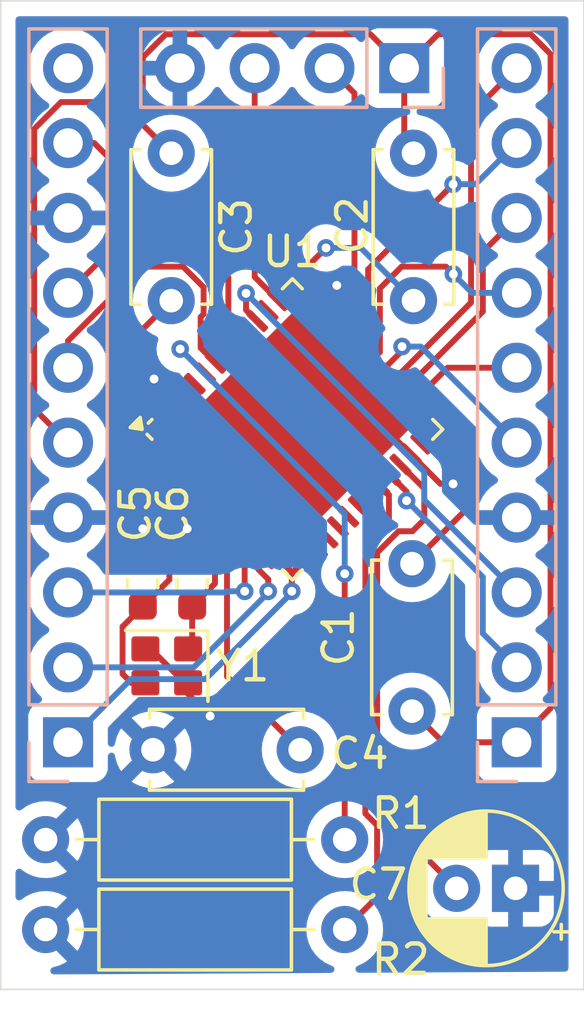
<source format=kicad_pcb>
(kicad_pcb (version 20240108) (generator "pcbnew") (generator_version "8.0")
  (title_block (title "DIY  Blackpill breakout") (date "2024-05-09") (rev "1"))
  (layers (0 "F.Cu" signal) (31 "B.Cu" signal) (34 "B.Paste" user) (35 "F.Paste" user) (36 "B.SilkS" user "B.Silkscreen") (37 "F.SilkS" user "F.Silkscreen") (38 "B.Mask" user) (39 "F.Mask" user) (44 "Edge.Cuts" user))
  (net 0 "")
  (net 1 "GND")
  (net 4 "+3.3V")
  (net 7 "I2C2_SDA")
  (net 10 "TIM2_CH1")
  (net 11 "EXTI4")
  (net 12 "TIM2_CH2")
  (net 13 "TIM2_CH3")
  (net 14 "I2C2_SCL")
  (net 15 "TIM1_CH3")
  (net 16 "TIM1_CH1N")
  (net 20 "TIM1_CH1")
  (net 21 "I2C1_SCL")
  (net 22 "TIM1_CH2")
  (net 23 "TIM1_CH2N")
  (net 24 "I2C1_SDA")
  (net 26 "TIM1_CH3N")
  (net 30 "/RCC_IN")
  (net 31 "/RCC_OUT")
  (net 33 "/RS")
  (net 37 "/VCAP")
  (net 38 "/SWCLK")
  (net 39 "/SWDIO")
  (net 40 "/BOOT0")
  (net 41 "/BOOT1")
  (net 42 "/VDD1")
  (net 43 "/VDD2")
  (net 44 "/VDD3")
  (footprint "Resistor_THT:R_Axial_DIN0207_L6.3mm_D2.5mm_P10.16mm_Horizontal" (layer "F.Cu") (at 15.191433 41.848458)
    (property "Reference" "R1" (at 12.065 -0.889 0) (layer "F.SilkS"))
    (property "Value" "10k" (hide yes))
    (fp_line (start 1.04 0) (end 1.81 0) (stroke (width 0.12)) (layer "F.SilkS"))
    (fp_line (start 1.81 -1.37) (end 1.81 1.37) (stroke (width 0.12)) (layer "F.SilkS"))
    (fp_line (start 1.81 1.37) (end 8.35 1.37) (stroke (width 0.12)) (layer "F.SilkS"))
    (fp_line (start 8.35 -1.37) (end 1.81 -1.37) (stroke (width 0.12)) (layer "F.SilkS"))
    (fp_line (start 8.35 1.37) (end 8.35 -1.37) (stroke (width 0.12)) (layer "F.SilkS"))
    (fp_line (start 9.12 0) (end 8.35 0) (stroke (width 0.12)) (layer "F.SilkS"))
    (pad "1" thru_hole circle (at 0 0) (size 1.6 1.6) (drill 0.8) (layers "*.Cu" "*.Mask") (net 1 "GND"))
    (pad "2" thru_hole oval (at 10.16 0) (size 1.6 1.6) (drill 0.8) (layers "*.Cu" "*.Mask") (net 40 "/BOOT0"))
  )
  (footprint "Capacitor_THT:CP_Radial_D5.0mm_P2.00mm" (layer "F.Cu") (at 31.153658 43.499458 180)
    (property "Reference" "C7" (at 4.659225 0.127 180) (layer "F.SilkS"))
    (property "Value" "2.2u")
    (fp_line (start 3.601 -0.284) (end 3.601 0.284) (stroke (width 0.12)) (layer "F.SilkS"))
    (fp_line (start 3.561 -0.518) (end 3.561 0.518) (stroke (width 0.12)) (layer "F.SilkS"))
    (fp_line (start 3.521 -0.677) (end 3.521 0.677) (stroke (width 0.12)) (layer "F.SilkS"))
    (fp_line (start 3.481 -0.805) (end 3.481 0.805) (stroke (width 0.12)) (layer "F.SilkS"))
    (fp_line (start 3.441 -0.915) (end 3.441 0.915) (stroke (width 0.12)) (layer "F.SilkS"))
    (fp_line (start 3.401 -1.011) (end 3.401 1.011) (stroke (width 0.12)) (layer "F.SilkS"))
    (fp_line (start 3.361 -1.098) (end 3.361 1.098) (stroke (width 0.12)) (layer "F.SilkS"))
    (fp_line (start 3.321 -1.178) (end 3.321 1.178) (stroke (width 0.12)) (layer "F.SilkS"))
    (fp_line (start 3.281 -1.251) (end 3.281 1.251) (stroke (width 0.12)) (layer "F.SilkS"))
    (fp_line (start 3.241 -1.319) (end 3.241 1.319) (stroke (width 0.12)) (layer "F.SilkS"))
    (fp_line (start 3.201 -1.383) (end 3.201 1.383) (stroke (width 0.12)) (layer "F.SilkS"))
    (fp_line (start 3.161 -1.443) (end 3.161 1.443) (stroke (width 0.12)) (layer "F.SilkS"))
    (fp_line (start 3.121 -1.5) (end 3.121 1.5) (stroke (width 0.12)) (layer "F.SilkS"))
    (fp_line (start 3.081 -1.554) (end 3.081 1.554) (stroke (width 0.12)) (layer "F.SilkS"))
    (fp_line (start 3.041 -1.605) (end 3.041 1.605) (stroke (width 0.12)) (layer "F.SilkS"))
    (fp_line (start 3.001 1.04) (end 3.001 1.653) (stroke (width 0.12)) (layer "F.SilkS"))
    (fp_line (start 3.001 -1.653) (end 3.001 -1.04) (stroke (width 0.12)) (layer "F.SilkS"))
    (fp_line (start 2.961 1.04) (end 2.961 1.699) (stroke (width 0.12)) (layer "F.SilkS"))
    (fp_line (start 2.961 -1.699) (end 2.961 -1.04) (stroke (width 0.12)) (layer "F.SilkS"))
    (fp_line (start 2.921 1.04) (end 2.921 1.743) (stroke (width 0.12)) (layer "F.SilkS"))
    (fp_line (start 2.921 -1.743) (end 2.921 -1.04) (stroke (width 0.12)) (layer "F.SilkS"))
    (fp_line (start 2.881 1.04) (end 2.881 1.785) (stroke (width 0.12)) (layer "F.SilkS"))
    (fp_line (start 2.881 -1.785) (end 2.881 -1.04) (stroke (width 0.12)) (layer "F.SilkS"))
    (fp_line (start 2.841 1.04) (end 2.841 1.826) (stroke (width 0.12)) (layer "F.SilkS"))
    (fp_line (start 2.841 -1.826) (end 2.841 -1.04) (stroke (width 0.12)) (layer "F.SilkS"))
    (fp_line (start 2.801 1.04) (end 2.801 1.864) (stroke (width 0.12)) (layer "F.SilkS"))
    (fp_line (start 2.801 -1.864) (end 2.801 -1.04) (stroke (width 0.12)) (layer "F.SilkS"))
    (fp_line (start 2.761 1.04) (end 2.761 1.901) (stroke (width 0.12)) (layer "F.SilkS"))
    (fp_line (start 2.761 -1.901) (end 2.761 -1.04) (stroke (width 0.12)) (layer "F.SilkS"))
    (fp_line (start 2.721 1.04) (end 2.721 1.937) (stroke (width 0.12)) (layer "F.SilkS"))
    (fp_line (start 2.721 -1.937) (end 2.721 -1.04) (stroke (width 0.12)) (layer "F.SilkS"))
    (fp_line (start 2.681 1.04) (end 2.681 1.971) (stroke (width 0.12)) (layer "F.SilkS"))
    (fp_line (start 2.681 -1.971) (end 2.681 -1.04) (stroke (width 0.12)) (layer "F.SilkS"))
    (fp_line (start 2.641 1.04) (end 2.641 2.004) (stroke (width 0.12)) (layer "F.SilkS"))
    (fp_line (start 2.641 -2.004) (end 2.641 -1.04) (stroke (width 0.12)) (layer "F.SilkS"))
    (fp_line (start 2.601 1.04) (end 2.601 2.035) (stroke (width 0.12)) (layer "F.SilkS"))
    (fp_line (start 2.601 -2.035) (end 2.601 -1.04) (stroke (width 0.12)) (layer "F.SilkS"))
    (fp_line (start 2.561 1.04) (end 2.561 2.065) (stroke (width 0.12)) (layer "F.SilkS"))
    (fp_line (start 2.561 -2.065) (end 2.561 -1.04) (stroke (width 0.12)) (layer "F.SilkS"))
    (fp_line (start 2.521 1.04) (end 2.521 2.095) (stroke (width 0.12)) (layer "F.SilkS"))
    (fp_line (start 2.521 -2.095) (end 2.521 -1.04) (stroke (width 0.12)) (layer "F.SilkS"))
    (fp_line (start 2.481 1.04) (end 2.481 2.122) (stroke (width 0.12)) (layer "F.SilkS"))
    (fp_line (start 2.481 -2.122) (end 2.481 -1.04) (stroke (width 0.12)) (layer "F.SilkS"))
    (fp_line (start 2.441 1.04) (end 2.441 2.149) (stroke (width 0.12)) (layer "F.SilkS"))
    (fp_line (start 2.441 -2.149) (end 2.441 -1.04) (stroke (width 0.12)) (layer "F.SilkS"))
    (fp_line (start 2.401 1.04) (end 2.401 2.175) (stroke (width 0.12)) (layer "F.SilkS"))
    (fp_line (start 2.401 -2.175) (end 2.401 -1.04) (stroke (width 0.12)) (layer "F.SilkS"))
    (fp_line (start 2.361 1.04) (end 2.361 2.2) (stroke (width 0.12)) (layer "F.SilkS"))
    (fp_line (start 2.361 -2.2) (end 2.361 -1.04) (stroke (width 0.12)) (layer "F.SilkS"))
    (fp_line (start 2.321 1.04) (end 2.321 2.224) (stroke (width 0.12)) (layer "F.SilkS"))
    (fp_line (start 2.321 -2.224) (end 2.321 -1.04) (stroke (width 0.12)) (layer "F.SilkS"))
    (fp_line (start 2.281 1.04) (end 2.281 2.247) (stroke (width 0.12)) (layer "F.SilkS"))
    (fp_line (start 2.281 -2.247) (end 2.281 -1.04) (stroke (width 0.12)) (layer "F.SilkS"))
    (fp_line (start 2.241 1.04) (end 2.241 2.268) (stroke (width 0.12)) (layer "F.SilkS"))
    (fp_line (start 2.241 -2.268) (end 2.241 -1.04) (stroke (width 0.12)) (layer "F.SilkS"))
    (fp_line (start 2.201 1.04) (end 2.201 2.29) (stroke (width 0.12)) (layer "F.SilkS"))
    (fp_line (start 2.201 -2.29) (end 2.201 -1.04) (stroke (width 0.12)) (layer "F.SilkS"))
    (fp_line (start 2.161 1.04) (end 2.161 2.31) (stroke (width 0.12)) (layer "F.SilkS"))
    (fp_line (start 2.161 -2.31) (end 2.161 -1.04) (stroke (width 0.12)) (layer "F.SilkS"))
    (fp_line (start 2.121 1.04) (end 2.121 2.329) (stroke (width 0.12)) (layer "F.SilkS"))
    (fp_line (start 2.121 -2.329) (end 2.121 -1.04) (stroke (width 0.12)) (layer "F.SilkS"))
    (fp_line (start 2.081 1.04) (end 2.081 2.348) (stroke (width 0.12)) (layer "F.SilkS"))
    (fp_line (start 2.081 -2.348) (end 2.081 -1.04) (stroke (width 0.12)) (layer "F.SilkS"))
    (fp_line (start 2.041 1.04) (end 2.041 2.365) (stroke (width 0.12)) (layer "F.SilkS"))
    (fp_line (start 2.041 -2.365) (end 2.041 -1.04) (stroke (width 0.12)) (layer "F.SilkS"))
    (fp_line (start 2.001 1.04) (end 2.001 2.382) (stroke (width 0.12)) (layer "F.SilkS"))
    (fp_line (start 2.001 -2.382) (end 2.001 -1.04) (stroke (width 0.12)) (layer "F.SilkS"))
    (fp_line (start 1.961 1.04) (end 1.961 2.398) (stroke (width 0.12)) (layer "F.SilkS"))
    (fp_line (start 1.961 -2.398) (end 1.961 -1.04) (stroke (width 0.12)) (layer "F.SilkS"))
    (fp_line (start 1.921 1.04) (end 1.921 2.414) (stroke (width 0.12)) (layer "F.SilkS"))
    (fp_line (start 1.921 -2.414) (end 1.921 -1.04) (stroke (width 0.12)) (layer "F.SilkS"))
    (fp_line (start 1.881 1.04) (end 1.881 2.428) (stroke (width 0.12)) (layer "F.SilkS"))
    (fp_line (start 1.881 -2.428) (end 1.881 -1.04) (stroke (width 0.12)) (layer "F.SilkS"))
    (fp_line (start 1.841 1.04) (end 1.841 2.442) (stroke (width 0.12)) (layer "F.SilkS"))
    (fp_line (start 1.841 -2.442) (end 1.841 -1.04) (stroke (width 0.12)) (layer "F.SilkS"))
    (fp_line (start 1.801 1.04) (end 1.801 2.455) (stroke (width 0.12)) (layer "F.SilkS"))
    (fp_line (start 1.801 -2.455) (end 1.801 -1.04) (stroke (width 0.12)) (layer "F.SilkS"))
    (fp_line (start 1.761 1.04) (end 1.761 2.468) (stroke (width 0.12)) (layer "F.SilkS"))
    (fp_line (start 1.761 -2.468) (end 1.761 -1.04) (stroke (width 0.12)) (layer "F.SilkS"))
    (fp_line (start 1.721 1.04) (end 1.721 2.48) (stroke (width 0.12)) (layer "F.SilkS"))
    (fp_line (start 1.721 -2.48) (end 1.721 -1.04) (stroke (width 0.12)) (layer "F.SilkS"))
    (fp_line (start 1.68 1.04) (end 1.68 2.491) (stroke (width 0.12)) (layer "F.SilkS"))
    (fp_line (start 1.68 -2.491) (end 1.68 -1.04) (stroke (width 0.12)) (layer "F.SilkS"))
    (fp_line (start 1.64 1.04) (end 1.64 2.501) (stroke (width 0.12)) (layer "F.SilkS"))
    (fp_line (start 1.64 -2.501) (end 1.64 -1.04) (stroke (width 0.12)) (layer "F.SilkS"))
    (fp_line (start 1.6 1.04) (end 1.6 2.511) (stroke (width 0.12)) (layer "F.SilkS"))
    (fp_line (start 1.6 -2.511) (end 1.6 -1.04) (stroke (width 0.12)) (layer "F.SilkS"))
    (fp_line (start 1.56 1.04) (end 1.56 2.52) (stroke (width 0.12)) (layer "F.SilkS"))
    (fp_line (start 1.56 -2.52) (end 1.56 -1.04) (stroke (width 0.12)) (layer "F.SilkS"))
    (fp_line (start 1.52 1.04) (end 1.52 2.528) (stroke (width 0.12)) (layer "F.SilkS"))
    (fp_line (start 1.52 -2.528) (end 1.52 -1.04) (stroke (width 0.12)) (layer "F.SilkS"))
    (fp_line (start 1.48 1.04) (end 1.48 2.536) (stroke (width 0.12)) (layer "F.SilkS"))
    (fp_line (start 1.48 -2.536) (end 1.48 -1.04) (stroke (width 0.12)) (layer "F.SilkS"))
    (fp_line (start 1.44 1.04) (end 1.44 2.543) (stroke (width 0.12)) (layer "F.SilkS"))
    (fp_line (start 1.44 -2.543) (end 1.44 -1.04) (stroke (width 0.12)) (layer "F.SilkS"))
    (fp_line (start 1.4 1.04) (end 1.4 2.55) (stroke (width 0.12)) (layer "F.SilkS"))
    (fp_line (start 1.4 -2.55) (end 1.4 -1.04) (stroke (width 0.12)) (layer "F.SilkS"))
    (fp_line (start 1.36 1.04) (end 1.36 2.556) (stroke (width 0.12)) (layer "F.SilkS"))
    (fp_line (start 1.36 -2.556) (end 1.36 -1.04) (stroke (width 0.12)) (layer "F.SilkS"))
    (fp_line (start 1.32 1.04) (end 1.32 2.561) (stroke (width 0.12)) (layer "F.SilkS"))
    (fp_line (start 1.32 -2.561) (end 1.32 -1.04) (stroke (width 0.12)) (layer "F.SilkS"))
    (fp_line (start 1.28 1.04) (end 1.28 2.565) (stroke (width 0.12)) (layer "F.SilkS"))
    (fp_line (start 1.28 -2.565) (end 1.28 -1.04) (stroke (width 0.12)) (layer "F.SilkS"))
    (fp_line (start 1.24 1.04) (end 1.24 2.569) (stroke (width 0.12)) (layer "F.SilkS"))
    (fp_line (start 1.24 -2.569) (end 1.24 -1.04) (stroke (width 0.12)) (layer "F.SilkS"))
    (fp_line (start 1.2 1.04) (end 1.2 2.573) (stroke (width 0.12)) (layer "F.SilkS"))
    (fp_line (start 1.2 -2.573) (end 1.2 -1.04) (stroke (width 0.12)) (layer "F.SilkS"))
    (fp_line (start 1.16 1.04) (end 1.16 2.576) (stroke (width 0.12)) (layer "F.SilkS"))
    (fp_line (start 1.16 -2.576) (end 1.16 -1.04) (stroke (width 0.12)) (layer "F.SilkS"))
    (fp_line (start 1.12 1.04) (end 1.12 2.578) (stroke (width 0.12)) (layer "F.SilkS"))
    (fp_line (start 1.12 -2.578) (end 1.12 -1.04) (stroke (width 0.12)) (layer "F.SilkS"))
    (fp_line (start 1.08 1.04) (end 1.08 2.579) (stroke (width 0.12)) (layer "F.SilkS"))
    (fp_line (start 1.08 -2.579) (end 1.08 -1.04) (stroke (width 0.12)) (layer "F.SilkS"))
    (fp_line (start 1.04 1.04) (end 1.04 2.58) (stroke (width 0.12)) (layer "F.SilkS"))
    (fp_line (start 1.04 -2.58) (end 1.04 -1.04) (stroke (width 0.12)) (layer "F.SilkS"))
    (fp_line (start 1 1.04) (end 1 2.58) (stroke (width 0.12)) (layer "F.SilkS"))
    (fp_line (start 1 -2.58) (end 1 -1.04) (stroke (width 0.12)) (layer "F.SilkS"))
    (fp_line (start -1.554775 -1.725) (end -1.554775 -1.225) (stroke (width 0.12)) (layer "F.SilkS"))
    (fp_line (start -1.804775 -1.475) (end -1.304775 -1.475) (stroke (width 0.12)) (layer "F.SilkS"))
    (fp_circle (center 1 0) (end 3.62 0) (stroke (width 0.12)) (fill none) (layer "F.SilkS"))
    (pad "1" thru_hole rect (at 0 0 180) (size 1.6 1.6) (drill 0.8) (layers "*.Cu" "*.Mask") (net 1 "GND"))
    (pad "2" thru_hole circle (at 2 0 180) (size 1.6 1.6) (drill 0.8) (layers "*.Cu" "*.Mask") (net 37 "/VCAP"))
  )
  (footprint "Resistor_THT:R_Axial_DIN0207_L6.3mm_D2.5mm_P10.16mm_Horizontal" (layer "F.Cu") (at 15.191433 44.896458)
    (property "Reference" "R2" (at 12.065 1.016 0) (layer "F.SilkS"))
    (property "Value" "10k")
    (fp_line (start 1.04 0) (end 1.81 0) (stroke (width 0.12)) (layer "F.SilkS"))
    (fp_line (start 1.81 -1.37) (end 1.81 1.37) (stroke (width 0.12)) (layer "F.SilkS"))
    (fp_line (start 1.81 1.37) (end 8.35 1.37) (stroke (width 0.12)) (layer "F.SilkS"))
    (fp_line (start 8.35 -1.37) (end 1.81 -1.37) (stroke (width 0.12)) (layer "F.SilkS"))
    (fp_line (start 8.35 1.37) (end 8.35 -1.37) (stroke (width 0.12)) (layer "F.SilkS"))
    (fp_line (start 9.12 0) (end 8.35 0) (stroke (width 0.12)) (layer "F.SilkS"))
    (pad "1" thru_hole circle (at 0 0) (size 1.6 1.6) (drill 0.8) (layers "*.Cu" "*.Mask") (net 1 "GND"))
    (pad "2" thru_hole oval (at 10.16 0) (size 1.6 1.6) (drill 0.8) (layers "*.Cu" "*.Mask") (net 41 "/BOOT1"))
  )
  (footprint "Crystal:Crystal_SMD_SeikoEpson_FA128-4Pin_2.0x1.6mm" (layer "F.Cu") (at 19.306233 35.955658 180)
    (property "Reference" "Y1" (at -2.571428 0 180) (layer "F.SilkS"))
    (property "Value" "Crystal_GND24" (hide yes))
    (fp_line (start -1.4 1.2) (end 1.4 1.2) (stroke (width 0.12)) (layer "F.SilkS"))
    (fp_line (start -1.4 -1.2) (end -1.4 1.2) (stroke (width 0.12)) (layer "F.SilkS"))
    (pad "1" smd roundrect (at -0.725 0.575 180) (size 0.95 0.85) (layers "F.Cu" "F.Paste" "F.Mask") (roundrect_rratio 0.12) (net 31 "/RCC_OUT"))
    (pad "2" smd roundrect (at 0.725 0.575 180) (size 0.95 0.85) (layers "F.Cu" "F.Paste" "F.Mask") (roundrect_rratio 0.12) (net 1 "GND"))
    (pad "3" smd roundrect (at 0.725 -0.575 180) (size 0.95 0.85) (layers "F.Cu" "F.Paste" "F.Mask") (roundrect_rratio 0.12) (net 30 "/RCC_IN"))
    (pad "4" smd roundrect (at -0.725 -0.575 180) (size 0.95 0.85) (layers "F.Cu" "F.Paste" "F.Mask") (roundrect_rratio 0.12) (net 1 "GND"))
  )
  (footprint "Capacitor_THT:C_Disc_D5.0mm_W2.5mm_P5.00mm" (layer "F.Cu") (at 27.688233 18.571258 -90)
    (property "Reference" "C2" (at 2.4492 2.0828 90) (layer "F.SilkS"))
    (property "Value" "100n" (hide yes))
    (fp_line (start -0.12 1.37) (end 5.12 1.37) (stroke (width 0.12)) (layer "F.SilkS"))
    (fp_line (start -0.12 1.055) (end -0.12 1.37) (stroke (width 0.12)) (layer "F.SilkS"))
    (fp_line (start 5.12 1.055) (end 5.12 1.37) (stroke (width 0.12)) (layer "F.SilkS"))
    (fp_line (start -0.12 -1.37) (end -0.12 -1.055) (stroke (width 0.12)) (layer "F.SilkS"))
    (fp_line (start -0.12 -1.37) (end 5.12 -1.37) (stroke (width 0.12)) (layer "F.SilkS"))
    (fp_line (start 5.12 -1.37) (end 5.12 -1.055) (stroke (width 0.12)) (layer "F.SilkS"))
    (pad "1" thru_hole circle (at 0 0 270) (size 1.6 1.6) (drill 0.8) (layers "*.Cu" "*.Mask") (net 4 "+3.3V"))
    (pad "2" thru_hole circle (at 5 0 270) (size 1.6 1.6) (drill 0.8) (layers "*.Cu" "*.Mask") (net 43 "/VDD2"))
  )
  (footprint "Capacitor_THT:C_Disc_D5.0mm_W2.5mm_P5.00mm" (layer "F.Cu") (at 18.838233 38.800458)
    (property "Reference" "C4" (at 7.0212 0.127 0) (layer "F.SilkS"))
    (property "Value" "100n" (hide yes))
    (fp_line (start -0.12 -1.37) (end -0.12 -1.055) (stroke (width 0.12)) (layer "F.SilkS"))
    (fp_line (start -0.12 -1.37) (end 5.12 -1.37) (stroke (width 0.12)) (layer "F.SilkS"))
    (fp_line (start -0.12 1.055) (end -0.12 1.37) (stroke (width 0.12)) (layer "F.SilkS"))
    (fp_line (start -0.12 1.37) (end 5.12 1.37) (stroke (width 0.12)) (layer "F.SilkS"))
    (fp_line (start 5.12 -1.37) (end 5.12 -1.055) (stroke (width 0.12)) (layer "F.SilkS"))
    (fp_line (start 5.12 1.055) (end 5.12 1.37) (stroke (width 0.12)) (layer "F.SilkS"))
    (pad "1" thru_hole circle (at 0 0) (size 1.6 1.6) (drill 0.8) (layers "*.Cu" "*.Mask") (net 1 "GND"))
    (pad "2" thru_hole circle (at 5 0) (size 1.6 1.6) (drill 0.8) (layers "*.Cu" "*.Mask") (net 33 "/RS"))
  )
  (footprint "Capacitor_SMD:C_0603_1608Metric" (layer "F.Cu") (at 20.169833 33.161658 -90)
    (property "Reference" "C6" (at -2.3622 0.6604 90) (layer "F.SilkS"))
    (property "Value" "12p" (hide yes))
    (fp_line (start -0.14058 0.51) (end 0.14058 0.51) (stroke (width 0.12)) (layer "F.SilkS"))
    (fp_line (start -0.14058 -0.51) (end 0.14058 -0.51) (stroke (width 0.12)) (layer "F.SilkS"))
    (pad "1" smd roundrect (at -0.775 0 270) (size 0.9 0.95) (layers "F.Cu" "F.Paste" "F.Mask") (net 1 "GND"))
    (pad "2" smd roundrect (at 0.775 0 270) (size 0.9 0.95) (layers "F.Cu" "F.Paste" "F.Mask") (net 31 "/RCC_OUT"))
  )
  (footprint "Capacitor_SMD:C_0603_1608Metric" (layer "F.Cu") (at 18.493433 33.161658 -90)
    (property "Reference" "C5" (at -2.373 0.254 90) (layer "F.SilkS"))
    (property "Value" "12p" (hide yes))
    (fp_line (start -0.14058 0.51) (end 0.14058 0.51) (stroke (width 0.12)) (layer "F.SilkS"))
    (fp_line (start -0.14058 -0.51) (end 0.14058 -0.51) (stroke (width 0.12)) (layer "F.SilkS"))
    (pad "1" smd roundrect (at -0.775 0 270) (size 0.9 0.95) (layers "F.Cu" "F.Paste" "F.Mask") (net 1 "GND"))
    (pad "2" smd roundrect (at 0.775 0 270) (size 0.9 0.95) (layers "F.Cu" "F.Paste" "F.Mask") (net 30 "/RCC_IN"))
  )
  (footprint "Capacitor_THT:C_Disc_D5.0mm_W2.5mm_P5.00mm" (layer "F.Cu") (at 19.458633 18.571258 -90)
    (property "Reference" "C3" (at 2.5 -2.2098 90) (layer "F.SilkS"))
    (property "Value" "100n" (hide yes))
    (fp_line (start -0.12 1.37) (end 5.12 1.37) (stroke (width 0.12)) (layer "F.SilkS"))
    (fp_line (start -0.12 1.055) (end -0.12 1.37) (stroke (width 0.12)) (layer "F.SilkS"))
    (fp_line (start 5.12 1.055) (end 5.12 1.37) (stroke (width 0.12)) (layer "F.SilkS"))
    (fp_line (start -0.12 -1.37) (end -0.12 -1.055) (stroke (width 0.12)) (layer "F.SilkS"))
    (fp_line (start -0.12 -1.37) (end 5.12 -1.37) (stroke (width 0.12)) (layer "F.SilkS"))
    (fp_line (start 5.12 -1.37) (end 5.12 -1.055) (stroke (width 0.12)) (layer "F.SilkS"))
    (pad "1" thru_hole circle (at 0 0 270) (size 1.6 1.6) (drill 0.8) (layers "*.Cu" "*.Mask") (net 4 "+3.3V"))
    (pad "2" thru_hole circle (at 5 0 270) (size 1.6 1.6) (drill 0.8) (layers "*.Cu" "*.Mask") (net 44 "/VDD3"))
  )
  (footprint "Capacitor_THT:C_Disc_D5.0mm_W2.5mm_P5.00mm" (layer "F.Cu") (at 27.637433 37.490458 90)
    (property "Reference" "C1" (at 2.5 -2.5 -90) (layer "F.SilkS"))
    (property "Value" "100n" (hide yes))
    (fp_line (start 5.12 -1.37) (end 5.12 -1.055) (stroke (width 0.12)) (layer "F.SilkS"))
    (fp_line (start -0.12 -1.37) (end 5.12 -1.37) (stroke (width 0.12)) (layer "F.SilkS"))
    (fp_line (start -0.12 -1.37) (end -0.12 -1.055) (stroke (width 0.12)) (layer "F.SilkS"))
    (fp_line (start 5.12 1.055) (end 5.12 1.37) (stroke (width 0.12)) (layer "F.SilkS"))
    (fp_line (start -0.12 1.055) (end -0.12 1.37) (stroke (width 0.12)) (layer "F.SilkS"))
    (fp_line (start -0.12 1.37) (end 5.12 1.37) (stroke (width 0.12)) (layer "F.SilkS"))
    (pad "1" thru_hole circle (at 0 0 90) (size 1.6 1.6) (drill 0.8) (layers "*.Cu" "*.Mask") (net 4 "+3.3V"))
    (pad "2" thru_hole circle (at 5 0 90) (size 1.6 1.6) (drill 0.8) (layers "*.Cu" "*.Mask") (net 42 "/VDD1"))
  )
  (footprint "Package_DFN_QFN:QFN-48-1EP_7x7mm_P0.5mm_EP5.6x5.6mm" (layer "F.Cu") (at 23.573433 27.935681 45)
    (property "Reference" "U1" (at 4.261183 -4.261183 0) (layer "F.SilkS"))
    (property "Value" "STM32F411CCUx" (hide yes))
    (fp_line (start -3.135 -3.61) (end -3.31 -3.61) (stroke (width 0.12)) (layer "F.SilkS"))
    (fp_line (start -3.61 -3.135) (end -3.61 -3.37) (stroke (width 0.12)) (layer "F.SilkS"))
    (fp_line (start 3.135 -3.61) (end 3.61 -3.61) (stroke (width 0.12)) (layer "F.SilkS"))
    (fp_line (start 3.61 -3.61) (end 3.61 -3.135) (stroke (width 0.12)) (layer "F.SilkS"))
    (fp_line (start -3.61 3.61) (end -3.61 3.135) (stroke (width 0.12)) (layer "F.SilkS"))
    (fp_line (start -3.135 3.61) (end -3.61 3.61) (stroke (width 0.12)) (layer "F.SilkS"))
    (fp_line (start 3.135 3.61) (end 3.61 3.61) (stroke (width 0.12)) (layer "F.SilkS"))
    (fp_line (start 3.61 3.61) (end 3.61 3.135) (stroke (width 0.12)) (layer "F.SilkS"))
    (fp_poly (pts (xy -3.61 -3.61) (xy -3.85 -3.94) (xy -3.37 -3.94) (xy -3.61 -3.61)) (stroke (width 0.12)) (fill solid) (layer "F.SilkS"))
    (pad "1" smd roundrect (at -3.4375 -2.75 45) (size 0.875 0.25) (layers "F.Cu" "F.Paste" "F.Mask"))
    (pad "2" smd roundrect (at -3.4375 -2.25 45) (size 0.875 0.25) (layers "F.Cu" "F.Paste" "F.Mask"))
    (pad "3" smd roundrect (at -3.4375 -1.749999 45) (size 0.875 0.25) (layers "F.Cu" "F.Paste" "F.Mask"))
    (pad "4" smd roundrect (at -3.4375 -1.25 45) (size 0.875 0.25) (layers "F.Cu" "F.Paste" "F.Mask"))
    (pad "5" smd roundrect (at -3.4375 -0.750001 45) (size 0.875 0.25) (layers "F.Cu" "F.Paste" "F.Mask") (net 30 "/RCC_IN"))
    (pad "6" smd roundrect (at -3.4375 -0.25 45) (size 0.875 0.25) (layers "F.Cu" "F.Paste" "F.Mask") (net 31 "/RCC_OUT"))
    (pad "7" smd roundrect (at -3.4375 0.25 45) (size 0.875 0.25) (layers "F.Cu" "F.Paste" "F.Mask") (net 33 "/RS"))
    (pad "8" smd roundrect (at -3.4375 0.750001 45) (size 0.875 0.25) (layers "F.Cu" "F.Paste" "F.Mask") (net 1 "GND"))
    (pad "9" smd roundrect (at -3.4375 1.25 45) (size 0.875 0.25) (layers "F.Cu" "F.Paste" "F.Mask"))
    (pad "10" smd roundrect (at -3.4375 1.749999 45) (size 0.875 0.25) (layers "F.Cu" "F.Paste" "F.Mask") (net 10 "TIM2_CH1"))
    (pad "11" smd roundrect (at -3.4375 2.25 45) (size 0.875 0.25) (layers "F.Cu" "F.Paste" "F.Mask") (net 12 "TIM2_CH2"))
    (pad "12" smd roundrect (at -3.4375 2.75 45) (size 0.875 0.25) (layers "F.Cu" "F.Paste" "F.Mask") (net 13 "TIM2_CH3"))
    (pad "13" smd roundrect (at -2.75 3.4375 45) (size 0.25 0.875) (layers "F.Cu" "F.Paste" "F.Mask") (net 13 "TIM2_CH3"))
    (pad "14" smd roundrect (at -2.25 3.4375 45) (size 0.25 0.875) (layers "F.Cu" "F.Paste" "F.Mask"))
    (pad "15" smd roundrect (at -1.749999 3.4375 45) (size 0.25 0.875) (layers "F.Cu" "F.Paste" "F.Mask"))
    (pad "16" smd roundrect (at -1.25 3.4375 45) (size 0.25 0.875) (layers "F.Cu" "F.Paste" "F.Mask"))
    (pad "17" smd roundrect (at -0.750001 3.4375 45) (size 0.25 0.875) (layers "F.Cu" "F.Paste" "F.Mask"))
    (pad "18" smd roundrect (at -0.25 3.4375 45) (size 0.25 0.875) (layers "F.Cu" "F.Paste" "F.Mask"))
    (pad "19" smd roundrect (at 0.25 3.4375 45) (size 0.25 0.875) (layers "F.Cu" "F.Paste" "F.Mask"))
    (pad "20" smd roundrect (at 0.750001 3.4375 45) (size 0.25 0.875) (layers "F.Cu" "F.Paste" "F.Mask") (net 41 "/BOOT1"))
    (pad "21" smd roundrect (at 1.25 3.4375 45) (size 0.25 0.875) (layers "F.Cu" "F.Paste" "F.Mask") (net 14 "I2C2_SCL"))
    (pad "22" smd roundrect (at 1.749999 3.4375 45) (size 0.25 0.875) (layers "F.Cu" "F.Paste" "F.Mask") (net 37 "/VCAP"))
    (pad "23" smd roundrect (at 2.25 3.4375 45) (size 0.25 0.875) (layers "F.Cu" "F.Paste" "F.Mask") (net 1 "GND"))
    (pad "24" smd roundrect (at 2.75 3.4375 45) (size 0.25 0.875) (layers "F.Cu" "F.Paste" "F.Mask") (net 42 "/VDD1"))
    (pad "25" smd roundrect (at 3.4375 2.75 45) (size 0.875 0.25) (layers "F.Cu" "F.Paste" "F.Mask"))
    (pad "26" smd roundrect (at 3.4375 2.25 45) (size 0.875 0.25) (layers "F.Cu" "F.Paste" "F.Mask") (net 16 "TIM1_CH1N"))
    (pad "27" smd roundrect (at 3.4375 1.749999 45) (size 0.875 0.25) (layers "F.Cu" "F.Paste" "F.Mask") (net 23 "TIM1_CH2N"))
    (pad "28" smd roundrect (at 3.4375 1.25 45) (size 0.875 0.25) (layers "F.Cu" "F.Paste" "F.Mask") (net 26 "TIM1_CH3N"))
    (pad "29" smd roundrect (at 3.4375 0.750001 45) (size 0.875 0.25) (layers "F.Cu" "F.Paste" "F.Mask") (net 20 "TIM1_CH1"))
    (pad "30" smd roundrect (at 3.4375 0.25 45) (size 0.875 0.25) (layers "F.Cu" "F.Paste" "F.Mask") (net 22 "TIM1_CH2"))
    (pad "31" smd roundrect (at 3.4375 -0.25 45) (size 0.875 0.25) (layers "F.Cu" "F.Paste" "F.Mask") (net 15 "TIM1_CH3"))
    (pad "32" smd roundrect (at 3.4375 -0.750001 45) (size 0.875 0.25) (layers "F.Cu" "F.Paste" "F.Mask"))
    (pad "33" smd roundrect (at 3.4375 -1.25 45) (size 0.875 0.25) (layers "F.Cu" "F.Paste" "F.Mask"))
    (pad "34" smd roundrect (at 3.4375 -1.749999 45) (size 0.875 0.25) (layers "F.Cu" "F.Paste" "F.Mask") (net 39 "/SWDIO"))
    (pad "35" smd roundrect (at 3.4375 -2.25 45) (size 0.875 0.25) (layers "F.Cu" "F.Paste" "F.Mask") (net 1 "GND"))
    (pad "36" smd roundrect (at 3.4375 -2.75 45) (size 0.875 0.25) (layers "F.Cu" "F.Paste" "F.Mask") (net 43 "/VDD2"))
    (pad "37" smd roundrect (at 2.75 -3.4375 45) (size 0.25 0.875) (layers "F.Cu" "F.Paste" "F.Mask") (net 38 "/SWCLK"))
    (pad "38" smd roundrect (at 2.25 -3.4375 45) (size 0.25 0.875) (layers "F.Cu" "F.Paste" "F.Mask"))
    (pad "39" smd roundrect (at 1.749999 -3.4375 45) (size 0.25 0.875) (layers "F.Cu" "F.Paste" "F.Mask") (net 7 "I2C2_SDA"))
    (pad "40" smd roundrect (at 1.25 -3.4375 45) (size 0.25 0.875) (layers "F.Cu" "F.Paste" "F.Mask") (net 11 "EXTI4"))
    (pad "41" smd roundrect (at 0.750001 -3.4375 45) (size 0.25 0.875) (layers "F.Cu" "F.Paste" "F.Mask"))
    (pad "42" smd roundrect (at 0.25 -3.4375 45) (size 0.25 0.875) (layers "F.Cu" "F.Paste" "F.Mask") (net 21 "I2C1_SCL"))
    (pad "43" smd roundrect (at -0.25 -3.4375 45) (size 0.25 0.875) (layers "F.Cu" "F.Paste" "F.Mask") (net 24 "I2C1_SDA"))
    (pad "44" smd roundrect (at -0.750001 -3.4375 45) (size 0.25 0.875) (layers "F.Cu" "F.Paste" "F.Mask") (net 40 "/BOOT0"))
    (pad "45" smd roundrect (at -1.25 -3.4375 45) (size 0.25 0.875) (layers "F.Cu" "F.Paste" "F.Mask"))
    (pad "46" smd roundrect (at -1.749999 -3.4375 45) (size 0.25 0.875) (layers "F.Cu" "F.Paste" "F.Mask"))
    (pad "47" smd roundrect (at -2.25 -3.4375 45) (size 0.25 0.875) (layers "F.Cu" "F.Paste" "F.Mask") (net 1 "GND"))
    (pad "48" smd roundrect (at -2.75 -3.4375 45) (size 0.25 0.875) (layers "F.Cu" "F.Paste" "F.Mask") (net 44 "/VDD3"))
    (pad "49" smd rect (at 0 0 45) (size 5.6 5.6) (property pad_prop_heatsink) (layers "F.Cu" "F.Mask") (net 1 "GND"))
  )
  (footprint "Connector_PinHeader_2.54mm:PinHeader_1x10_P2.54mm_Vertical" (layer "B.Cu") (at 15.953433 38.546458)
    (property "Reference" "J1" (hide yes))
    (property "Value" "Left Header" (hide yes))
    (fp_line (start -1.33 -24.19) (end -1.33 -1.27) (stroke (width 0.12)) (layer "B.SilkS"))
    (fp_line (start -1.33 1.33) (end -1.33 0) (stroke (width 0.12)) (layer "B.SilkS"))
    (fp_line (start 0 1.33) (end -1.33 1.33) (stroke (width 0.12)) (layer "B.SilkS"))
    (fp_line (start 1.33 -24.19) (end -1.33 -24.19) (stroke (width 0.12)) (layer "B.SilkS"))
    (fp_line (start 1.33 -24.19) (end 1.33 -1.27) (stroke (width 0.12)) (layer "B.SilkS"))
    (fp_line (start 1.33 -1.27) (end -1.33 -1.27) (stroke (width 0.12)) (layer "B.SilkS"))
    (pad "1" thru_hole rect (at 0 0) (size 1.7 1.7) (drill 1) (layers "*.Cu" "*.Mask") (net 13 "TIM2_CH3"))
    (pad "2" thru_hole oval (at 0 -2.54) (size 1.7 1.7) (drill 1) (layers "*.Cu" "*.Mask") (net 12 "TIM2_CH2"))
    (pad "3" thru_hole oval (at 0 -5.08) (size 1.7 1.7) (drill 1) (layers "*.Cu" "*.Mask") (net 10 "TIM2_CH1"))
    (pad "4" thru_hole oval (at 0 -7.62) (size 1.7 1.7) (drill 1) (layers "*.Cu" "*.Mask") (net 1 "GND"))
    (pad "5" thru_hole oval (at 0 -10.16) (size 1.7 1.7) (drill 1) (layers "*.Cu" "*.Mask") (net 4 "+3.3V"))
    (pad "6" thru_hole oval (at 0 -12.7) (size 1.7 1.7) (drill 1) (layers "*.Cu" "*.Mask") (net 24 "I2C1_SDA"))
    (pad "7" thru_hole oval (at 0 -15.24) (size 1.7 1.7) (drill 1) (layers "*.Cu" "*.Mask") (net 21 "I2C1_SCL"))
    (pad "8" thru_hole oval (at 0 -17.78) (size 1.7 1.7) (drill 1) (layers "*.Cu" "*.Mask") (net 1 "GND"))
    (pad "9" thru_hole oval (at 0 -20.32) (size 1.7 1.7) (drill 1) (layers "*.Cu" "*.Mask") (net 11 "EXTI4"))
    (pad "10" thru_hole oval (at 0 -22.86) (size 1.7 1.7) (drill 1) (layers "*.Cu" "*.Mask"))
  )
  (footprint "Connector_PinHeader_2.54mm:PinHeader_1x04_P2.54mm_Vertical" (layer "B.Cu") (at 27.373433 15.686458 90)
    (property "Reference" "J3" (hide yes))
    (property "Value" "Debug" (hide yes))
    (fp_line (start 1.33 -8.95) (end -1.33 -8.95) (stroke (width 0.12)) (layer "B.SilkS"))
    (fp_line (start 1.33 -8.95) (end 1.33 -1.27) (stroke (width 0.12)) (layer "B.SilkS"))
    (fp_line (start -1.33 -8.95) (end -1.33 -1.27) (stroke (width 0.12)) (layer "B.SilkS"))
    (fp_line (start 1.33 -1.27) (end -1.33 -1.27) (stroke (width 0.12)) (layer "B.SilkS"))
    (fp_line (start 0 1.33) (end -1.33 1.33) (stroke (width 0.12)) (layer "B.SilkS"))
    (fp_line (start -1.33 1.33) (end -1.33 0) (stroke (width 0.12)) (layer "B.SilkS"))
    (pad "1" thru_hole rect (at 0 0 90) (size 1.7 1.7) (drill 1) (layers "*.Cu" "*.Mask") (net 4 "+3.3V"))
    (pad "2" thru_hole oval (at 0 -2.54 90) (size 1.7 1.7) (drill 1) (layers "*.Cu" "*.Mask") (net 39 "/SWDIO"))
    (pad "3" thru_hole oval (at 0 -5.08 90) (size 1.7 1.7) (drill 1) (layers "*.Cu" "*.Mask") (net 38 "/SWCLK"))
    (pad "4" thru_hole oval (at 0 -7.62 90) (size 1.7 1.7) (drill 1) (layers "*.Cu" "*.Mask") (net 1 "GND"))
  )
  (footprint "Connector_PinHeader_2.54mm:PinHeader_1x10_P2.54mm_Vertical" (layer "B.Cu") (at 31.193433 38.546458)
    (property "Reference" "J2" (hide yes))
    (property "Value" "Right Header" (hide yes))
    (fp_line (start -1.33 -24.19) (end -1.33 -1.27) (stroke (width 0.12)) (layer "B.SilkS"))
    (fp_line (start -1.33 1.33) (end -1.33 0) (stroke (width 0.12)) (layer "B.SilkS"))
    (fp_line (start 0 1.33) (end -1.33 1.33) (stroke (width 0.12)) (layer "B.SilkS"))
    (fp_line (start 1.33 -24.19) (end -1.33 -24.19) (stroke (width 0.12)) (layer "B.SilkS"))
    (fp_line (start 1.33 -24.19) (end 1.33 -1.27) (stroke (width 0.12)) (layer "B.SilkS"))
    (fp_line (start 1.33 -1.27) (end -1.33 -1.27) (stroke (width 0.12)) (layer "B.SilkS"))
    (pad "1" thru_hole rect (at 0 0) (size 1.7 1.7) (drill 1) (layers "*.Cu" "*.Mask") (net 4 "+3.3V"))
    (pad "2" thru_hole oval (at 0 -2.54) (size 1.7 1.7) (drill 1) (layers "*.Cu" "*.Mask") (net 14 "I2C2_SCL"))
    (pad "3" thru_hole oval (at 0 -5.08) (size 1.7 1.7) (drill 1) (layers "*.Cu" "*.Mask") (net 7 "I2C2_SDA"))
    (pad "4" thru_hole oval (at 0 -7.62) (size 1.7 1.7) (drill 1) (layers "*.Cu" "*.Mask") (net 1 "GND"))
    (pad "5" thru_hole oval (at 0 -10.16) (size 1.7 1.7) (drill 1) (layers "*.Cu" "*.Mask") (net 20 "TIM1_CH1"))
    (pad "6" thru_hole oval (at 0 -12.7) (size 1.7 1.7) (drill 1) (layers "*.Cu" "*.Mask") (net 16 "TIM1_CH1N"))
    (pad "7" thru_hole oval (at 0 -15.24) (size 1.7 1.7) (drill 1) (layers "*.Cu" "*.Mask") (net 22 "TIM1_CH2"))
    (pad "8" thru_hole oval (at 0 -17.78) (size 1.7 1.7) (drill 1) (layers "*.Cu" "*.Mask") (net 23 "TIM1_CH2N"))
    (pad "9" thru_hole oval (at 0 -20.32) (size 1.7 1.7) (drill 1) (layers "*.Cu" "*.Mask") (net 15 "TIM1_CH3"))
    (pad "10" thru_hole oval (at 0 -22.86) (size 1.7 1.7) (drill 1) (layers "*.Cu" "*.Mask") (net 26 "TIM1_CH3N"))
  )
  (gr_rect (start 13.667433 13.400458) (end 33.479433 46.928458) (stroke (width 0.05)) (fill none) (layer "Edge.Cuts"))
  (segment (start 18.581233 35.380658) (end 18.763893 35.380658) (width 0.2) (layer "F.Cu") (net 1))
  (segment (start 18.763893 35.380658) (end 19.913893 36.530658) (width 0.2) (layer "F.Cu") (net 1))
  (segment (start 18.874433 26.418662) (end 18.874433 26.227458) (width 0.2) (layer "F.Cu") (net 1))
  (segment (start 19.551763 27.095992) (end 18.874433 26.418662) (width 0.2) (layer "F.Cu") (net 1))
  (segment (start 20.031233 36.530658) (end 20.031233 36.909258) (width 0.2) (layer "F.Cu") (net 1))
  (segment (start 25.083433 23.2437) (end 25.083433 23.052458) (width 0.2) (layer "F.Cu") (net 1))
  (segment (start 27.595103 28.77537) (end 26.755414 27.935681) (width 0.2) (layer "F.Cu") (net 1))
  (segment (start 23.573433 24.7537) (end 23.573433 27.935681) (width 0.2) (layer "F.Cu") (net 1))
  (segment (start 21.673084 30.896691) (end 23.573433 28.996342) (width 0.2) (layer "F.Cu") (net 1))
  (segment (start 18.493433 32.386658) (end 18.493433 31.307458) (width 0.2) (layer "F.Cu") (net 1))
  (segment (start 24.413122 23.914011) (end 25.083433 23.2437) (width 0.2) (layer "F.Cu") (net 1))
  (segment (start 19.913893 36.530658) (end 20.031233 36.530658) (width 0.2) (layer "F.Cu") (net 1))
  (segment (start 26.755414 27.935681) (end 23.573433 27.935681) (width 0.2) (layer "F.Cu") (net 1))
  (segment (start 20.391452 27.935681) (end 23.573433 27.935681) (width 0.2) (layer "F.Cu") (net 1))
  (segment (start 20.031233 36.909258) (end 20.779433 37.657458) (width 0.2) (layer "F.Cu") (net 1))
  (segment (start 19.551763 27.095992) (end 20.391452 27.935681) (width 0.2) (layer "F.Cu") (net 1))
  (segment (start 24.413122 23.914011) (end 23.573433 24.7537) (width 0.2) (layer "F.Cu") (net 1))
  (segment (start 28.603191 29.783458) (end 29.034433 29.783458) (width 0.2) (layer "F.Cu") (net 1))
  (segment (start 20.169833 31.476409) (end 20 31.306576) (width 0.2) (layer "F.Cu") (net 1))
  (segment (start 23.573433 28.996342) (end 23.573433 27.935681) (width 0.2) (layer "F.Cu") (net 1))
  (segment (start 20.169833 32.386658) (end 20.169833 31.476409) (width 0.2) (layer "F.Cu") (net 1))
  (segment (start 27.595103 28.77537) (end 28.603191 29.783458) (width 0.2) (layer "F.Cu") (net 1))
  (via (at 18.493433 31.307458) (size 0.6) (drill 0.3) (layers "F.Cu" "B.Cu") (net 1))
  (via (at 20 31.306576) (size 0.6) (drill 0.3) (layers "F.Cu" "B.Cu") (net 1))
  (via (at 25.083433 23.052458) (size 0.6) (drill 0.3) (layers "F.Cu" "B.Cu") (net 1))
  (via (at 29.034433 29.783458) (size 0.6) (drill 0.3) (layers "F.Cu" "B.Cu") (net 1))
  (via (at 20.779433 37.657458) (size 0.6) (drill 0.3) (layers "F.Cu" "B.Cu") (net 1))
  (via (at 18.874433 26.227458) (size 0.6) (drill 0.3) (layers "F.Cu" "B.Cu") (net 1))
  (segment (start 15.717087 16.836458) (end 16.977087 16.836458) (width 0.2) (layer "F.Cu") (net 4))
  (segment (start 32.343433 15.210112) (end 32.343433 37.396458) (width 0.2) (layer "F.Cu") (net 4))
  (segment (start 28.693433 38.546458) (end 27.637433 37.490458) (width 0.2) (layer "F.Cu") (net 4))
  (segment (start 27.373433 18.256458) (end 27.688233 18.571258) (width 0.2) (layer "F.Cu") (net 4))
  (segment (start 14.803433 17.750112) (end 15.717087 16.836458) (width 0.2) (layer "F.Cu") (net 4))
  (segment (start 32.343433 37.396458) (end 31.193433 38.546458) (width 0.2) (layer "F.Cu") (net 4))
  (segment (start 27.373433 15.686458) (end 27.373433 18.256458) (width 0.2) (layer "F.Cu") (net 4))
  (segment (start 15.953433 28.386458) (end 14.803433 27.236458) (width 0.2) (layer "F.Cu") (net 4))
  (segment (start 27.373433 15.686458) (end 28.523433 14.536458) (width 0.2) (layer "F.Cu") (net 4))
  (segment (start 31.669779 14.536458) (end 32.343433 15.210112) (width 0.2) (layer "F.Cu") (net 4))
  (segment (start 31.193433 38.546458) (end 28.693433 38.546458) (width 0.2) (layer "F.Cu") (net 4))
  (segment (start 19.277087 14.536458) (end 18.493433 15.320112) (width 0.2) (layer "F.Cu") (net 4))
  (segment (start 27.373433 15.686458) (end 26.223433 14.536458) (width 0.2) (layer "F.Cu") (net 4))
  (segment (start 18.493433 15.320112) (end 18.493433 17.606058) (width 0.2) (layer "F.Cu") (net 4))
  (segment (start 16.977087 16.836458) (end 18.493433 15.320112) (width 0.2) (layer "F.Cu") (net 4))
  (segment (start 26.223433 14.536458) (end 19.277087 14.536458) (width 0.2) (layer "F.Cu") (net 4))
  (segment (start 14.803433 27.236458) (end 14.803433 17.750112) (width 0.2) (layer "F.Cu") (net 4))
  (segment (start 28.523433 14.536458) (end 31.669779 14.536458) (width 0.2) (layer "F.Cu") (net 4))
  (segment (start 18.493433 17.606058) (end 19.458633 18.571258) (width 0.2) (layer "F.Cu") (net 4))
  (segment (start 22.000123 23.887498) (end 22.38019 24.267565) (width 0.2) (layer "F.Cu") (net 7))
  (segment (start 22.000123 23.321814) (end 22.000123 23.887498) (width 0.2) (layer "F.Cu") (net 7))
  (via (at 22.000123 23.321814) (size 0.6) (drill 0.3) (layers "F.Cu" "B.Cu") (net 7))
  (segment (start 22.000123 23.321814) (end 28.053973 29.375664) (width 0.2) (layer "B.Cu") (net 7))
  (segment (start 28.053973 29.375664) (end 28.053973 30.326998) (width 0.2) (layer "B.Cu") (net 7))
  (segment (start 28.053973 30.326998) (end 31.193433 33.466458) (width 0.2) (layer "B.Cu") (net 7))
  (segment (start 21.953433 32.030554) (end 21.953433 33.426458) (width 0.2) (layer "F.Cu") (net 10))
  (segment (start 22.38019 31.603797) (end 21.953433 32.030554) (width 0.2) (layer "F.Cu") (net 10))
  (via (at 21.953433 33.426458) (size 0.6) (drill 0.3) (layers "F.Cu" "B.Cu") (net 10))
  (segment (start 21.313433 33.466458) (end 15.953433 33.466458) (width 0.2) (layer "B.Cu") (net 10))
  (segment (start 21.953433 33.426458) (end 21.353433 33.426458) (width 0.2) (layer "B.Cu") (net 10))
  (segment (start 21.353433 33.426458) (end 21.313433 33.466458) (width 0.2) (layer "B.Cu") (net 10))
  (segment (start 22.026637 24.621118) (end 21.400123 23.994604) (width 0.2) (layer "F.Cu") (net 11))
  (segment (start 21.400123 23.994604) (end 21.400123 22.784148) (width 0.2) (layer "F.Cu") (net 11))
  (segment (start 16.842433 18.226458) (end 15.953433 18.226458) (width 0.2) (layer "F.Cu") (net 11))
  (segment (start 21.400123 22.784148) (end 16.842433 18.226458) (width 0.2) (layer "F.Cu") (net 11))
  (segment (start 22.753436 33.020027) (end 22.753436 33.426458) (width 0.2) (layer "F.Cu") (net 12))
  (segment (start 22.414213 32.680804) (end 22.753436 33.020027) (width 0.2) (layer "F.Cu") (net 12))
  (segment (start 22.733744 31.957351) (end 22.414213 32.276882) (width 0.2) (layer "F.Cu") (net 12))
  (segment (start 22.414213 32.276882) (end 22.414213 32.680804) (width 0.2) (layer "F.Cu") (net 12))
  (via (at 22.753436 33.426458) (size 0.6) (drill 0.3) (layers "F.Cu" "B.Cu") (net 12))
  (segment (start 22.753436 33.474984) (end 20.221962 36.006458) (width 0.2) (layer "B.Cu") (net 12))
  (segment (start 20.221962 36.006458) (end 15.953433 36.006458) (width 0.2) (layer "B.Cu") (net 12))
  (segment (start 22.753436 33.426458) (end 22.753436 33.474984) (width 0.2) (layer "B.Cu") (net 12))
  (segment (start 24.059569 32.310904) (end 23.593427 32.777046) (width 0.2) (layer "F.Cu") (net 13))
  (segment (start 23.087297 32.310904) (end 23.553439 32.777046) (width 0.2) (layer "F.Cu") (net 13))
  (segment (start 23.553439 32.777046) (end 23.553439 33.426458) (width 0.2) (layer "F.Cu") (net 13))
  (segment (start 23.593427 32.777046) (end 23.553439 32.777046) (width 0.2) (layer "F.Cu") (net 13))
  (via (at 23.553439 33.426458) (size 0.6) (drill 0.3) (layers "F.Cu" "B.Cu") (net 13))
  (segment (start 20.621965 36.406458) (end 18.093433 36.406458) (width 0.2) (layer "B.Cu") (net 13))
  (segment (start 18.093433 36.406458) (end 15.953433 38.546458) (width 0.2) (layer "B.Cu") (net 13))
  (segment (start 23.553439 33.426458) (end 23.553439 33.474984) (width 0.2) (layer "B.Cu") (net 13))
  (segment (start 23.553439 33.474984) (end 20.621965 36.406458) (width 0.2) (layer "B.Cu") (net 13))
  (segment (start 27.453973 30.048454) (end 27.453973 30.353507) (width 0.2) (layer "F.Cu") (net 14))
  (segment (start 26.887996 29.482477) (end 27.453973 30.048454) (width 0.2) (layer "F.Cu") (net 14))
  (via (at 27.453973 30.353507) (size 0.6) (drill 0.3) (layers "F.Cu" "B.Cu") (net 14))
  (segment (start 30.043433 32.942967) (end 30.043433 34.856458) (width 0.2) (layer "B.Cu") (net 14))
  (segment (start 30.043433 34.856458) (end 31.193433 36.006458) (width 0.2) (layer "B.Cu") (net 14))
  (segment (start 27.453973 30.353507) (end 30.043433 32.942967) (width 0.2) (layer "B.Cu") (net 14))
  (segment (start 25.827336 25.328225) (end 26.146866 25.008695) (width 0.2) (layer "F.Cu") (net 15))
  (segment (start 29.034433 19.623458) (end 26.146866 22.511025) (width 0.2) (layer "F.Cu") (net 15))
  (segment (start 26.146866 22.511025) (end 26.146866 24.604771) (width 0.2) (layer "F.Cu") (net 15))
  (segment (start 26.146866 25.008695) (end 26.146866 24.604771) (width 0.2) (layer "F.Cu") (net 15))
  (via (at 29.034433 19.623458) (size 0.6) (drill 0.3) (layers "F.Cu" "B.Cu") (net 15))
  (segment (start 31.193433 18.226458) (end 29.796433 19.623458) (width 0.2) (layer "B.Cu") (net 15))
  (segment (start 29.796433 19.623458) (end 29.034433 19.623458) (width 0.2) (layer "B.Cu") (net 15))
  (segment (start 28.844637 25.846458) (end 31.193433 25.846458) (width 0.2) (layer "F.Cu") (net 16))
  (segment (start 27.595103 27.095992) (end 28.844637 25.846458) (width 0.2) (layer "F.Cu") (net 16))
  (segment (start 27.300163 25.269612) (end 26.534443 26.035332) (width 0.2) (layer "F.Cu") (net 20))
  (segment (start 27.300163 25.128188) (end 27.300163 25.269612) (width 0.2) (layer "F.Cu") (net 20))
  (via (at 27.300163 25.128188) (size 0.6) (drill 0.3) (layers "F.Cu" "B.Cu") (net 20))
  (segment (start 27.935163 25.128188) (end 31.193433 28.386458) (width 0.2) (layer "B.Cu") (net 20))
  (segment (start 27.300163 25.128188) (end 27.935163 25.128188) (width 0.2) (layer "B.Cu") (net 20))
  (segment (start 17.242433 22.017458) (end 15.953433 23.306458) (width 0.2) (layer "F.Cu") (net 21))
  (segment (start 21.31953 25.328225) (end 21 25.008695) (width 0.2) (layer "F.Cu") (net 21))
  (segment (start 20.026154 22.017458) (end 17.242433 22.017458) (width 0.2) (layer "F.Cu") (net 21))
  (segment (start 21 25.008695) (end 21 22.991304) (width 0.2) (layer "F.Cu") (net 21))
  (segment (start 21 22.991304) (end 20.026154 22.017458) (width 0.2) (layer "F.Cu") (net 21))
  (segment (start 29.043433 22.671458) (end 28.789433 22.417458) (width 0.2) (layer "F.Cu") (net 22))
  (segment (start 26.546866 25.315801) (end 26.180889 25.681778) (width 0.2) (layer "F.Cu") (net 22))
  (segment (start 26.546866 23.15699) (end 26.546866 25.315801) (width 0.2) (layer "F.Cu") (net 22))
  (segment (start 28.789433 22.417458) (end 27.286398 22.417458) (width 0.2) (layer "F.Cu") (net 22))
  (segment (start 27.286398 22.417458) (end 26.546866 23.15699) (width 0.2) (layer "F.Cu") (net 22))
  (via (at 29.043433 22.671458) (size 0.6) (drill 0.3) (layers "F.Cu" "B.Cu") (net 22))
  (segment (start 31.193433 23.306458) (end 29.678433 23.306458) (width 0.2) (layer "B.Cu") (net 22))
  (segment (start 29.678433 23.306458) (end 29.043433 22.671458) (width 0.2) (layer "B.Cu") (net 22))
  (segment (start 30.043433 21.916458) (end 31.193433 20.766458) (width 0.2) (layer "F.Cu") (net 23))
  (segment (start 27.241549 26.742438) (end 30.043433 23.940554) (width 0.2) (layer "F.Cu") (net 23))
  (segment (start 30.043433 23.940554) (end 30.043433 21.916458) (width 0.2) (layer "F.Cu") (net 23))
  (segment (start 20.558633 23.115623) (end 19.860468 22.417458) (width 0.2) (layer "F.Cu") (net 24))
  (segment (start 20.457751 25.173552) (end 20.457751 24.127775) (width 0.2) (layer "F.Cu") (net 24))
  (segment (start 20.965977 25.681778) (end 20.457751 25.173552) (width 0.2) (layer "F.Cu") (net 24))
  (segment (start 18.468779 22.417458) (end 15.953433 24.932804) (width 0.2) (layer "F.Cu") (net 24))
  (segment (start 15.953433 24.932804) (end 15.953433 25.846458) (width 0.2) (layer "F.Cu") (net 24))
  (segment (start 20.457751 24.127775) (end 20.558633 24.026893) (width 0.2) (layer "F.Cu") (net 24))
  (segment (start 20.558633 24.026893) (end 20.558633 23.115623) (width 0.2) (layer "F.Cu") (net 24))
  (segment (start 19.860468 22.417458) (end 18.468779 22.417458) (width 0.2) (layer "F.Cu") (net 24))
  (segment (start 26.887996 26.388885) (end 29.643433 23.633448) (width 0.2) (layer "F.Cu") (net 26))
  (segment (start 29.643433 17.236458) (end 31.193433 15.686458) (width 0.2) (layer "F.Cu") (net 26))
  (segment (start 29.643433 23.633448) (end 29.643433 17.236458) (width 0.2) (layer "F.Cu") (net 26))
  (segment (start 19.394833 33.035258) (end 18.493433 33.936658) (width 0.2) (layer "F.Cu") (net 30))
  (segment (start 20.612423 29.83603) (end 19.394833 31.05362) (width 0.2) (layer "F.Cu") (net 30))
  (segment (start 17.806233 36.230657) (end 18.106234 36.530658) (width 0.2) (layer "F.Cu") (net 30))
  (segment (start 19.394833 31.05362) (end 19.394833 33.035258) (width 0.2) (layer "F.Cu") (net 30))
  (segment (start 17.806233 34.623858) (end 17.806233 36.230657) (width 0.2) (layer "F.Cu") (net 30))
  (segment (start 18.493433 33.936658) (end 17.806233 34.623858) (width 0.2) (layer "F.Cu") (net 30))
  (segment (start 18.106234 36.530658) (end 18.581233 36.530658) (width 0.2) (layer "F.Cu") (net 30))
  (segment (start 20.6 31.432277) (end 20.944833 31.77711) (width 0.2) (layer "F.Cu") (net 31))
  (segment (start 20.965977 30.189584) (end 20.6 30.555561) (width 0.2) (layer "F.Cu") (net 31))
  (segment (start 20.169833 35.242058) (end 20.031233 35.380658) (width 0.2) (layer "F.Cu") (net 31))
  (segment (start 20.944833 31.77711) (end 20.944833 33.161658) (width 0.2) (layer "F.Cu") (net 31))
  (segment (start 20.944833 33.161658) (end 20.169833 33.936658) (width 0.2) (layer "F.Cu") (net 31))
  (segment (start 20.6 30.555561) (end 20.6 31.432277) (width 0.2) (layer "F.Cu") (net 31))
  (segment (start 20.169833 33.936658) (end 20.169833 35.242058) (width 0.2) (layer "F.Cu") (net 31))
  (segment (start 23.838233 38.800458) (end 21.353433 36.315658) (width 0.2) (layer "F.Cu") (net 33))
  (segment (start 21.353433 36.315658) (end 21.353433 31.620024) (width 0.2) (layer "F.Cu") (net 33))
  (segment (start 21 31.266591) (end 21 30.862667) (width 0.2) (layer "F.Cu") (net 33))
  (segment (start 21.353433 31.620024) (end 21 31.266591) (width 0.2) (layer "F.Cu") (net 33))
  (segment (start 21 30.862667) (end 21.31953 30.543137) (width 0.2) (layer "F.Cu") (net 33))
  (segment (start 28.053973 30.989918) (end 27.653433 31.390458) (width 0.2) (layer "F.Cu") (net 37))
  (segment (start 27.653433 31.390458) (end 27.181798 31.390458) (width 0.2) (layer "F.Cu") (net 37))
  (segment (start 27.241549 29.128924) (end 28.053973 29.941348) (width 0.2) (layer "F.Cu") (net 37))
  (segment (start 26.453433 40.799233) (end 29.153658 43.499458) (width 0.2) (layer "F.Cu") (net 37))
  (segment (start 26.453433 32.118823) (end 26.453433 40.799233) (width 0.2) (layer "F.Cu") (net 37))
  (segment (start 28.053973 29.941348) (end 28.053973 30.989918) (width 0.2) (layer "F.Cu") (net 37))
  (segment (start 27.181798 31.390458) (end 26.453433 32.118823) (width 0.2) (layer "F.Cu") (net 37))
  (segment (start 22.293433 15.686458) (end 22.293433 22.766594) (width 0.2) (layer "F.Cu") (net 38))
  (segment (start 22.293433 22.766594) (end 23.087297 23.560458) (width 0.2) (layer "F.Cu") (net 38))
  (segment (start 24.833433 15.686458) (end 25.683433 16.536458) (width 0.2) (layer "F.Cu") (net 39))
  (segment (start 25.683433 16.536458) (end 25.683433 23.350808) (width 0.2) (layer "F.Cu") (net 39))
  (segment (start 25.683433 23.350808) (end 24.766676 24.267565) (width 0.2) (layer "F.Cu") (net 39))
  (segment (start 20.612423 26.035332) (end 20.587307 26.035332) (width 0.2) (layer "F.Cu") (net 40))
  (segment (start 25.351433 32.831458) (end 25.351433 41.848458) (width 0.2) (layer "F.Cu") (net 40))
  (segment (start 20.587307 26.035332) (end 19.763433 25.211458) (width 0.2) (layer "F.Cu") (net 40))
  (via (at 19.763433 25.211458) (size 0.6) (drill 0.3) (layers "F.Cu" "B.Cu") (net 40))
  (via (at 25.351433 32.831458) (size 0.6) (drill 0.3) (layers "F.Cu" "B.Cu") (net 40))
  (segment (start 25.351433 30.799458) (end 25.351433 32.831458) (width 0.2) (layer "B.Cu") (net 40))
  (segment (start 19.763433 25.211458) (end 25.351433 30.799458) (width 0.2) (layer "B.Cu") (net 40))
  (segment (start 26.534443 29.83603) (end 26.853973 30.15556) (width 0.2) (layer "F.Cu") (net 41))
  (segment (start 26.053433 40.964918) (end 26.451433 41.362918) (width 0.2) (layer "F.Cu") (net 41))
  (segment (start 26.853973 31.125918) (end 26.053433 31.926458) (width 0.2) (layer "F.Cu") (net 41))
  (segment (start 26.853973 30.15556) (end 26.853973 31.125918) (width 0.2) (layer "F.Cu") (net 41))
  (segment (start 26.053433 31.926458) (end 26.053433 40.964918) (width 0.2) (layer "F.Cu") (net 41))
  (segment (start 26.451433 43.796458) (end 25.351433 44.896458) (width 0.2) (layer "F.Cu") (net 41))
  (segment (start 26.451433 41.362918) (end 26.451433 43.796458) (width 0.2) (layer "F.Cu") (net 41))
  (segment (start 27.637433 32.490458) (end 29.634433 30.493458) (width 0.2) (layer "F.Cu") (net 42))
  (segment (start 28.521321 28.421817) (end 27.948656 28.421817) (width 0.2) (layer "F.Cu") (net 42))
  (segment (start 29.634433 30.493458) (end 29.634433 29.534929) (width 0.2) (layer "F.Cu") (net 42))
  (segment (start 29.634433 29.534929) (end 28.521321 28.421817) (width 0.2) (layer "F.Cu") (net 42))
  (segment (start 24.716433 21.782458) (end 24.059569 22.439322) (width 0.2) (layer "F.Cu") (net 43))
  (segment (start 24.059569 22.439322) (end 24.059569 23.560458) (width 0.2) (layer "F.Cu") (net 43))
  (via (at 24.716433 21.782458) (size 0.6) (drill 0.3) (layers "F.Cu" "B.Cu") (net 43))
  (segment (start 25.899433 21.782458) (end 27.688233 23.571258) (width 0.2) (layer "B.Cu") (net 43))
  (segment (start 24.716433 21.782458) (end 25.899433 21.782458) (width 0.2) (layer "B.Cu") (net 43))
  (segment (start 18.274433 24.755458) (end 18.274433 26.525768) (width 0.2) (layer "F.Cu") (net 44))
  (segment (start 19.458633 23.571258) (end 18.274433 24.755458) (width 0.2) (layer "F.Cu") (net 44))
  (segment (start 18.274433 26.525768) (end 19.19821 27.449545) (width 0.2) (layer "F.Cu") (net 44))
  (zone (net 1) (net_name "GND") (layer "B.Cu") (connect_pads (clearance 0.5)) (min_thickness 0.25) (fill yes (thermal_gap 0.5) (thermal_bridge_width 0.5))
    (polygon (pts (xy 14.153433 13.926458) (xy 14.153433 46.426458) (xy 32.953433 46.326458) (xy 32.953433 13.926458)))
  )
)
</source>
